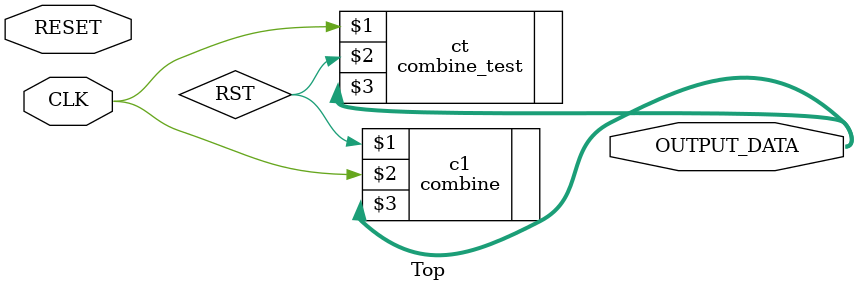
<source format=v>

module Top (CLK, RESET, OUTPUT_DATA); //top level module 
input CLK, RESET; 	//1 bit inputs 
output [15:0] OUTPUT_DATA; //16 bit output
//Place your code here
combine c1(RST,CLK,OUTPUT_DATA); //calling combine module
combine_test ct(CLK,RST,OUTPUT_DATA);	//calling combine_test module
endmodule //end of top module

</source>
